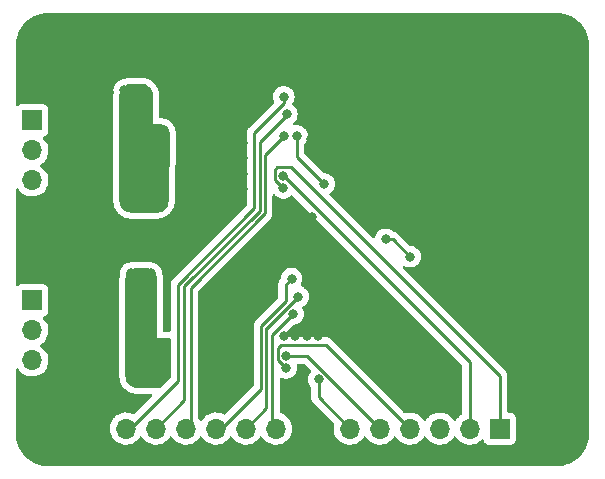
<source format=gbl>
G04 #@! TF.GenerationSoftware,KiCad,Pcbnew,6.0.4-6f826c9f35~116~ubuntu20.04.1*
G04 #@! TF.CreationDate,2022-04-25T13:09:09+02:00*
G04 #@! TF.ProjectId,foc,666f632e-6b69-4636-9164-5f7063625858,rev?*
G04 #@! TF.SameCoordinates,Original*
G04 #@! TF.FileFunction,Copper,L2,Bot*
G04 #@! TF.FilePolarity,Positive*
%FSLAX46Y46*%
G04 Gerber Fmt 4.6, Leading zero omitted, Abs format (unit mm)*
G04 Created by KiCad (PCBNEW 6.0.4-6f826c9f35~116~ubuntu20.04.1) date 2022-04-25 13:09:09*
%MOMM*%
%LPD*%
G01*
G04 APERTURE LIST*
G04 #@! TA.AperFunction,ComponentPad*
%ADD10R,1.700000X1.700000*%
G04 #@! TD*
G04 #@! TA.AperFunction,ComponentPad*
%ADD11O,1.700000X1.700000*%
G04 #@! TD*
G04 #@! TA.AperFunction,ComponentPad*
%ADD12C,0.800000*%
G04 #@! TD*
G04 #@! TA.AperFunction,ComponentPad*
%ADD13C,5.000000*%
G04 #@! TD*
G04 #@! TA.AperFunction,ComponentPad*
%ADD14C,0.500000*%
G04 #@! TD*
G04 #@! TA.AperFunction,ViaPad*
%ADD15C,0.800000*%
G04 #@! TD*
G04 #@! TA.AperFunction,Conductor*
%ADD16C,0.250000*%
G04 #@! TD*
G04 APERTURE END LIST*
D10*
X140970000Y-95315800D03*
D11*
X140970000Y-97855800D03*
X140970000Y-100395800D03*
D10*
X180543200Y-121405800D03*
D11*
X178003200Y-121405800D03*
X175463200Y-121405800D03*
X172923200Y-121405800D03*
X170383200Y-121405800D03*
X167843200Y-121405800D03*
D12*
X140365000Y-121920000D03*
X140914175Y-123245825D03*
X143565825Y-120594175D03*
X142240000Y-120045000D03*
D13*
X142240000Y-121920000D03*
D12*
X142240000Y-123795000D03*
X140914175Y-120594175D03*
X144115000Y-121920000D03*
X143565825Y-123245825D03*
D13*
X142240000Y-88900000D03*
D12*
X140365000Y-88900000D03*
X140914175Y-90225825D03*
X140914175Y-87574175D03*
X142240000Y-90775000D03*
X144115000Y-88900000D03*
X143565825Y-87574175D03*
X142240000Y-87025000D03*
X143565825Y-90225825D03*
D10*
X164139800Y-121405800D03*
D11*
X161599800Y-121405800D03*
X159059800Y-121405800D03*
X156519800Y-121405800D03*
X153979800Y-121405800D03*
X151439800Y-121405800D03*
X148899800Y-121405800D03*
D14*
X157711700Y-95931200D03*
X157711700Y-94631200D03*
X157711700Y-97231200D03*
X157711700Y-101131200D03*
X159011700Y-95931200D03*
X159011700Y-99831200D03*
X159011700Y-101131200D03*
X156411700Y-99831200D03*
X156411700Y-101131200D03*
X157711700Y-93331200D03*
X159011700Y-94631200D03*
X157711700Y-98531200D03*
X156411700Y-93331200D03*
X156411700Y-95931200D03*
X159011700Y-97231200D03*
X156411700Y-97231200D03*
X159011700Y-93331200D03*
X157711700Y-99831200D03*
X159011700Y-98531200D03*
X156411700Y-94631200D03*
X156411700Y-98531200D03*
D10*
X140970000Y-110555800D03*
D11*
X140970000Y-113095800D03*
X140970000Y-115635800D03*
D12*
X185420000Y-123795000D03*
D13*
X185420000Y-121920000D03*
D12*
X186745825Y-123245825D03*
X187295000Y-121920000D03*
X186745825Y-120594175D03*
X184094175Y-123245825D03*
X185420000Y-120045000D03*
X183545000Y-121920000D03*
X184094175Y-120594175D03*
X184094175Y-90225825D03*
D13*
X185420000Y-88900000D03*
D12*
X187295000Y-88900000D03*
X186745825Y-87574175D03*
X183545000Y-88900000D03*
X185420000Y-87025000D03*
X186745825Y-90225825D03*
X184094175Y-87574175D03*
X185420000Y-90775000D03*
D14*
X156716500Y-113872800D03*
X156716500Y-116472800D03*
X156716500Y-112572800D03*
X159316500Y-112572800D03*
X158016500Y-115172800D03*
X158016500Y-111272800D03*
X158016500Y-108672800D03*
X156716500Y-108672800D03*
X156716500Y-109972800D03*
X159316500Y-116472800D03*
X156716500Y-111272800D03*
X159316500Y-108672800D03*
X159316500Y-113872800D03*
X159316500Y-109972800D03*
X158016500Y-113872800D03*
X158016500Y-109972800D03*
X159316500Y-111272800D03*
X159316500Y-115172800D03*
X158016500Y-116472800D03*
X156716500Y-115172800D03*
X158016500Y-112572800D03*
D15*
X151180800Y-101511400D03*
X152044400Y-101511400D03*
X150158300Y-109118400D03*
X152044400Y-102375000D03*
X149294700Y-108254800D03*
X151942800Y-116433600D03*
X150215600Y-116433600D03*
X149606000Y-92760800D03*
X148742400Y-92760800D03*
X150317200Y-101511400D03*
X150158300Y-108254800D03*
X148742400Y-93624400D03*
X151942800Y-117297200D03*
X150317200Y-102375000D03*
X151021900Y-108254800D03*
X149606000Y-93624400D03*
X151079200Y-117297200D03*
X151021900Y-109118400D03*
X150215600Y-117297200D03*
X151180800Y-102375000D03*
X150469600Y-93624400D03*
X151079200Y-116433600D03*
X149294700Y-109118400D03*
X150469600Y-92760800D03*
X183769000Y-113512600D03*
X183769000Y-109855000D03*
X165150800Y-113575500D03*
X166420800Y-97942400D03*
X186512200Y-109855000D03*
X183769000Y-107873800D03*
X184785000Y-107873800D03*
X187426600Y-107873800D03*
X164592000Y-96012000D03*
X185648600Y-111582200D03*
X184785000Y-109855000D03*
X164185600Y-113575500D03*
X186563000Y-114935000D03*
X184785000Y-111582200D03*
X164592000Y-97942400D03*
X165455600Y-96926400D03*
X166420800Y-96012000D03*
X186512200Y-113512600D03*
X187426600Y-109855000D03*
X187477400Y-114935000D03*
X163830000Y-103479600D03*
X183769000Y-111582200D03*
X186512200Y-111582200D03*
X184835800Y-114935000D03*
X165506400Y-97942400D03*
X185648600Y-113512600D03*
X185648600Y-109855000D03*
X187426600Y-111582200D03*
X163982400Y-118770400D03*
X165506400Y-96012000D03*
X185699400Y-114935000D03*
X164592000Y-96926400D03*
X184785000Y-113512600D03*
X183819800Y-114935000D03*
X185648600Y-107873800D03*
X163220400Y-113575500D03*
X187426600Y-113512600D03*
X166420800Y-96926400D03*
X186512200Y-107873800D03*
X164642800Y-103479600D03*
X162306000Y-113575500D03*
X165658800Y-100685600D03*
X163372800Y-96621600D03*
X162255200Y-93319600D03*
X162509200Y-94792800D03*
X162306000Y-96621600D03*
X162915600Y-108712000D03*
X163474400Y-110236000D03*
X163054861Y-111696061D03*
X162223748Y-101024515D03*
X162204400Y-100025200D03*
X170871870Y-105390670D03*
X172943730Y-106852930D03*
X162458400Y-116264703D03*
X162458400Y-115265200D03*
X165200401Y-117247599D03*
D16*
X163372800Y-98399600D02*
X163372800Y-96621600D01*
X165658800Y-100685600D02*
X163372800Y-98399600D01*
X162255200Y-93319600D02*
X162255200Y-93878400D01*
X153314400Y-117348000D02*
X149250400Y-121412000D01*
X149250400Y-121412000D02*
X148889800Y-121412000D01*
X153314400Y-109220001D02*
X153314400Y-117348000D01*
X159766000Y-96367600D02*
X159766000Y-102768400D01*
X159766000Y-102768400D02*
X153314400Y-109220001D01*
X162255200Y-93878400D02*
X159766000Y-96367600D01*
X162509200Y-94792800D02*
X162509200Y-94843600D01*
X160215520Y-102954598D02*
X153822400Y-109347718D01*
X162509200Y-94843600D02*
X160215520Y-97137280D01*
X160215520Y-97137280D02*
X160215520Y-102954598D01*
X153822400Y-109347718D02*
X153822400Y-119019400D01*
X153822400Y-119019400D02*
X151429800Y-121412000D01*
X160665040Y-103190160D02*
X154381200Y-109474000D01*
X154381200Y-121004400D02*
X153979800Y-121405800D01*
X154381200Y-121000600D02*
X153969800Y-121412000D01*
X154381200Y-109474000D02*
X154381200Y-121004400D01*
X162306000Y-96621600D02*
X160665040Y-98262560D01*
X160665040Y-98262560D02*
X160665040Y-103190160D01*
X162433000Y-109194600D02*
X162433000Y-110617000D01*
X156978200Y-121405800D02*
X156519800Y-121405800D01*
X162915600Y-108712000D02*
X162433000Y-109194600D01*
X162433000Y-110617000D02*
X160332480Y-112717520D01*
X160332480Y-118051520D02*
X156978200Y-121405800D01*
X160332480Y-112717520D02*
X160332480Y-118051520D01*
X160797908Y-112928400D02*
X163474400Y-110251908D01*
X163474400Y-110236000D02*
X163474400Y-110251924D01*
X160782000Y-119683600D02*
X159059800Y-121405800D01*
X160782000Y-112928400D02*
X160797908Y-112928400D01*
X163474400Y-110251908D02*
X163474400Y-110236000D01*
X160782000Y-112928400D02*
X160782000Y-119683600D01*
X161284369Y-121106569D02*
X161589800Y-121412000D01*
X163054861Y-111696061D02*
X161284369Y-113466553D01*
X161284369Y-113466553D02*
X161284369Y-121106569D01*
X162179101Y-101024515D02*
X161479889Y-100325303D01*
X180543200Y-116941600D02*
X180543200Y-121405800D01*
X161479889Y-100325303D02*
X161479889Y-99479711D01*
X162223748Y-101024515D02*
X162179101Y-101024515D01*
X161658911Y-99300689D02*
X162902289Y-99300689D01*
X161479889Y-99479711D02*
X161658911Y-99300689D01*
X162902289Y-99300689D02*
X180543200Y-116941600D01*
X178003200Y-115779353D02*
X178003200Y-121405800D01*
X162204400Y-100025200D02*
X162249047Y-100025200D01*
X162249047Y-100025200D02*
X178003200Y-115779353D01*
X170871870Y-105390670D02*
X171481470Y-105390670D01*
X171481470Y-105390670D02*
X172943730Y-106852930D01*
X162001200Y-114300000D02*
X165817400Y-114300000D01*
X162433289Y-116264703D02*
X161733889Y-115565303D01*
X162458400Y-116264703D02*
X162433289Y-116264703D01*
X165817400Y-114300000D02*
X172923200Y-121405800D01*
X161733889Y-114567311D02*
X162001200Y-114300000D01*
X161733889Y-115565303D02*
X161733889Y-114567311D01*
X162458400Y-115265200D02*
X164242600Y-115265200D01*
X164242600Y-115265200D02*
X170383200Y-121405800D01*
X165200401Y-117247599D02*
X165200401Y-118763001D01*
X165200401Y-118763001D02*
X167843200Y-121405800D01*
G04 #@! TA.AperFunction,Conductor*
G36*
X185388799Y-86235125D02*
G01*
X185410477Y-86238641D01*
X185419380Y-86237534D01*
X185419386Y-86237534D01*
X185428569Y-86236392D01*
X185451918Y-86235671D01*
X185568629Y-86242913D01*
X185708088Y-86251566D01*
X185721993Y-86253209D01*
X186002572Y-86302317D01*
X186016209Y-86305493D01*
X186289607Y-86385462D01*
X186302805Y-86390134D01*
X186447678Y-86450680D01*
X186565626Y-86499974D01*
X186578237Y-86506090D01*
X186827210Y-86644426D01*
X186839066Y-86651904D01*
X187071157Y-86817056D01*
X187082085Y-86825786D01*
X187287792Y-87009785D01*
X187294397Y-87015693D01*
X187304307Y-87025603D01*
X187494214Y-87237915D01*
X187502944Y-87248843D01*
X187657742Y-87466384D01*
X187668096Y-87480935D01*
X187675574Y-87492790D01*
X187813910Y-87741763D01*
X187820026Y-87754374D01*
X187869320Y-87872322D01*
X187928018Y-88012772D01*
X187929863Y-88017187D01*
X187934538Y-88030393D01*
X188013354Y-88299849D01*
X188014505Y-88303784D01*
X188017683Y-88317428D01*
X188066173Y-88594471D01*
X188066790Y-88597999D01*
X188068435Y-88611919D01*
X188083877Y-88860794D01*
X188082739Y-88887194D01*
X188081280Y-88896972D01*
X188082500Y-88905864D01*
X188082500Y-88905865D01*
X188085331Y-88926499D01*
X188086500Y-88943625D01*
X188086500Y-121870633D01*
X188085000Y-121890018D01*
X188082690Y-121904851D01*
X188082690Y-121904855D01*
X188081309Y-121913724D01*
X188083136Y-121927692D01*
X188083662Y-121931716D01*
X188084528Y-121955117D01*
X188070165Y-122210888D01*
X188070131Y-122211488D01*
X188068550Y-122225524D01*
X188055808Y-122300517D01*
X188020830Y-122506376D01*
X188017686Y-122520151D01*
X187938823Y-122793891D01*
X187934156Y-122807228D01*
X187825139Y-123070418D01*
X187819008Y-123083148D01*
X187681214Y-123332468D01*
X187673697Y-123344432D01*
X187508851Y-123576762D01*
X187500041Y-123587810D01*
X187310215Y-123800224D01*
X187300224Y-123810215D01*
X187087810Y-124000041D01*
X187076762Y-124008851D01*
X186844432Y-124173697D01*
X186832468Y-124181214D01*
X186583148Y-124319008D01*
X186570418Y-124325139D01*
X186307228Y-124434156D01*
X186293891Y-124438823D01*
X186020151Y-124517686D01*
X186006376Y-124520830D01*
X185865953Y-124544689D01*
X185725524Y-124568550D01*
X185711490Y-124570131D01*
X185642407Y-124574010D01*
X185462407Y-124584118D01*
X185435964Y-124582817D01*
X185435151Y-124582690D01*
X185435145Y-124582690D01*
X185426276Y-124581309D01*
X185417374Y-124582473D01*
X185417372Y-124582473D01*
X185402323Y-124584441D01*
X185394714Y-124585436D01*
X185378379Y-124586500D01*
X142289367Y-124586500D01*
X142269982Y-124585000D01*
X142255149Y-124582690D01*
X142255145Y-124582690D01*
X142246276Y-124581309D01*
X142237374Y-124582473D01*
X142237372Y-124582473D01*
X142233064Y-124583037D01*
X142228280Y-124583662D01*
X142204883Y-124584528D01*
X141948508Y-124570131D01*
X141934476Y-124568550D01*
X141794047Y-124544689D01*
X141653624Y-124520830D01*
X141639849Y-124517686D01*
X141366109Y-124438823D01*
X141352772Y-124434156D01*
X141089582Y-124325139D01*
X141076852Y-124319008D01*
X140827532Y-124181214D01*
X140815568Y-124173697D01*
X140583238Y-124008851D01*
X140572190Y-124000041D01*
X140359776Y-123810215D01*
X140349785Y-123800224D01*
X140159959Y-123587810D01*
X140151149Y-123576762D01*
X139986303Y-123344432D01*
X139978786Y-123332468D01*
X139840992Y-123083148D01*
X139834861Y-123070418D01*
X139725844Y-122807228D01*
X139721177Y-122793891D01*
X139642314Y-122520151D01*
X139639170Y-122506376D01*
X139604192Y-122300517D01*
X139591450Y-122225524D01*
X139589869Y-122211488D01*
X139589836Y-122210888D01*
X139576089Y-121966100D01*
X139577411Y-121942208D01*
X139577334Y-121942201D01*
X139577537Y-121939937D01*
X139577637Y-121938131D01*
X139577770Y-121937342D01*
X139578576Y-121932552D01*
X139578729Y-121920000D01*
X139574773Y-121892376D01*
X139573500Y-121874514D01*
X139573500Y-121372495D01*
X147537051Y-121372495D01*
X147537348Y-121377648D01*
X147537348Y-121377651D01*
X147542811Y-121472390D01*
X147549910Y-121595515D01*
X147551047Y-121600561D01*
X147551048Y-121600567D01*
X147570919Y-121688739D01*
X147599022Y-121813439D01*
X147683066Y-122020416D01*
X147720485Y-122081478D01*
X147797091Y-122206488D01*
X147799787Y-122210888D01*
X147946050Y-122379738D01*
X148117926Y-122522432D01*
X148310800Y-122635138D01*
X148315625Y-122636980D01*
X148315626Y-122636981D01*
X148388412Y-122664775D01*
X148519492Y-122714830D01*
X148524560Y-122715861D01*
X148524563Y-122715862D01*
X148631817Y-122737683D01*
X148738397Y-122759367D01*
X148743572Y-122759557D01*
X148743574Y-122759557D01*
X148956473Y-122767364D01*
X148956477Y-122767364D01*
X148961637Y-122767553D01*
X148966757Y-122766897D01*
X148966759Y-122766897D01*
X149178088Y-122739825D01*
X149178089Y-122739825D01*
X149183216Y-122739168D01*
X149188166Y-122737683D01*
X149392229Y-122676461D01*
X149392234Y-122676459D01*
X149397184Y-122674974D01*
X149597794Y-122576696D01*
X149779660Y-122446973D01*
X149937896Y-122289289D01*
X149997394Y-122206489D01*
X150068253Y-122107877D01*
X150069576Y-122108828D01*
X150116445Y-122065657D01*
X150186380Y-122053425D01*
X150251826Y-122080944D01*
X150279675Y-122112794D01*
X150339787Y-122210888D01*
X150486050Y-122379738D01*
X150657926Y-122522432D01*
X150850800Y-122635138D01*
X150855625Y-122636980D01*
X150855626Y-122636981D01*
X150928412Y-122664775D01*
X151059492Y-122714830D01*
X151064560Y-122715861D01*
X151064563Y-122715862D01*
X151171817Y-122737683D01*
X151278397Y-122759367D01*
X151283572Y-122759557D01*
X151283574Y-122759557D01*
X151496473Y-122767364D01*
X151496477Y-122767364D01*
X151501637Y-122767553D01*
X151506757Y-122766897D01*
X151506759Y-122766897D01*
X151718088Y-122739825D01*
X151718089Y-122739825D01*
X151723216Y-122739168D01*
X151728166Y-122737683D01*
X151932229Y-122676461D01*
X151932234Y-122676459D01*
X151937184Y-122674974D01*
X152137794Y-122576696D01*
X152319660Y-122446973D01*
X152477896Y-122289289D01*
X152537394Y-122206489D01*
X152608253Y-122107877D01*
X152609576Y-122108828D01*
X152656445Y-122065657D01*
X152726380Y-122053425D01*
X152791826Y-122080944D01*
X152819675Y-122112794D01*
X152879787Y-122210888D01*
X153026050Y-122379738D01*
X153197926Y-122522432D01*
X153390800Y-122635138D01*
X153395625Y-122636980D01*
X153395626Y-122636981D01*
X153468412Y-122664775D01*
X153599492Y-122714830D01*
X153604560Y-122715861D01*
X153604563Y-122715862D01*
X153711817Y-122737683D01*
X153818397Y-122759367D01*
X153823572Y-122759557D01*
X153823574Y-122759557D01*
X154036473Y-122767364D01*
X154036477Y-122767364D01*
X154041637Y-122767553D01*
X154046757Y-122766897D01*
X154046759Y-122766897D01*
X154258088Y-122739825D01*
X154258089Y-122739825D01*
X154263216Y-122739168D01*
X154268166Y-122737683D01*
X154472229Y-122676461D01*
X154472234Y-122676459D01*
X154477184Y-122674974D01*
X154677794Y-122576696D01*
X154859660Y-122446973D01*
X155017896Y-122289289D01*
X155077394Y-122206489D01*
X155148253Y-122107877D01*
X155149576Y-122108828D01*
X155196445Y-122065657D01*
X155266380Y-122053425D01*
X155331826Y-122080944D01*
X155359675Y-122112794D01*
X155419787Y-122210888D01*
X155566050Y-122379738D01*
X155737926Y-122522432D01*
X155930800Y-122635138D01*
X155935625Y-122636980D01*
X155935626Y-122636981D01*
X156008412Y-122664775D01*
X156139492Y-122714830D01*
X156144560Y-122715861D01*
X156144563Y-122715862D01*
X156251817Y-122737683D01*
X156358397Y-122759367D01*
X156363572Y-122759557D01*
X156363574Y-122759557D01*
X156576473Y-122767364D01*
X156576477Y-122767364D01*
X156581637Y-122767553D01*
X156586757Y-122766897D01*
X156586759Y-122766897D01*
X156798088Y-122739825D01*
X156798089Y-122739825D01*
X156803216Y-122739168D01*
X156808166Y-122737683D01*
X157012229Y-122676461D01*
X157012234Y-122676459D01*
X157017184Y-122674974D01*
X157217794Y-122576696D01*
X157399660Y-122446973D01*
X157557896Y-122289289D01*
X157617394Y-122206489D01*
X157688253Y-122107877D01*
X157689576Y-122108828D01*
X157736445Y-122065657D01*
X157806380Y-122053425D01*
X157871826Y-122080944D01*
X157899675Y-122112794D01*
X157959787Y-122210888D01*
X158106050Y-122379738D01*
X158277926Y-122522432D01*
X158470800Y-122635138D01*
X158475625Y-122636980D01*
X158475626Y-122636981D01*
X158548412Y-122664775D01*
X158679492Y-122714830D01*
X158684560Y-122715861D01*
X158684563Y-122715862D01*
X158791817Y-122737683D01*
X158898397Y-122759367D01*
X158903572Y-122759557D01*
X158903574Y-122759557D01*
X159116473Y-122767364D01*
X159116477Y-122767364D01*
X159121637Y-122767553D01*
X159126757Y-122766897D01*
X159126759Y-122766897D01*
X159338088Y-122739825D01*
X159338089Y-122739825D01*
X159343216Y-122739168D01*
X159348166Y-122737683D01*
X159552229Y-122676461D01*
X159552234Y-122676459D01*
X159557184Y-122674974D01*
X159757794Y-122576696D01*
X159939660Y-122446973D01*
X160097896Y-122289289D01*
X160157394Y-122206489D01*
X160228253Y-122107877D01*
X160229576Y-122108828D01*
X160276445Y-122065657D01*
X160346380Y-122053425D01*
X160411826Y-122080944D01*
X160439675Y-122112794D01*
X160499787Y-122210888D01*
X160646050Y-122379738D01*
X160817926Y-122522432D01*
X161010800Y-122635138D01*
X161015625Y-122636980D01*
X161015626Y-122636981D01*
X161088412Y-122664775D01*
X161219492Y-122714830D01*
X161224560Y-122715861D01*
X161224563Y-122715862D01*
X161331817Y-122737683D01*
X161438397Y-122759367D01*
X161443572Y-122759557D01*
X161443574Y-122759557D01*
X161656473Y-122767364D01*
X161656477Y-122767364D01*
X161661637Y-122767553D01*
X161666757Y-122766897D01*
X161666759Y-122766897D01*
X161878088Y-122739825D01*
X161878089Y-122739825D01*
X161883216Y-122739168D01*
X161888166Y-122737683D01*
X162092229Y-122676461D01*
X162092234Y-122676459D01*
X162097184Y-122674974D01*
X162297794Y-122576696D01*
X162479660Y-122446973D01*
X162637896Y-122289289D01*
X162697394Y-122206489D01*
X162765235Y-122112077D01*
X162768253Y-122107877D01*
X162789120Y-122065657D01*
X162864936Y-121912253D01*
X162864937Y-121912251D01*
X162867230Y-121907611D01*
X162932170Y-121693869D01*
X162961329Y-121472390D01*
X162962956Y-121405800D01*
X162944652Y-121183161D01*
X162890231Y-120966502D01*
X162801154Y-120761640D01*
X162761706Y-120700662D01*
X162682622Y-120578417D01*
X162682620Y-120578414D01*
X162679814Y-120574077D01*
X162529470Y-120408851D01*
X162525419Y-120405652D01*
X162525415Y-120405648D01*
X162358214Y-120273600D01*
X162358210Y-120273598D01*
X162354159Y-120270398D01*
X162349631Y-120267898D01*
X162252316Y-120214178D01*
X162158589Y-120162438D01*
X162153720Y-120160714D01*
X162153716Y-120160712D01*
X162001809Y-120106919D01*
X161944273Y-120065325D01*
X161918357Y-119999227D01*
X161917869Y-119988146D01*
X161917869Y-117212543D01*
X161937871Y-117144422D01*
X161991527Y-117097929D01*
X162061801Y-117087825D01*
X162095116Y-117097435D01*
X162176112Y-117133497D01*
X162269512Y-117153350D01*
X162356456Y-117171831D01*
X162356461Y-117171831D01*
X162362913Y-117173203D01*
X162553887Y-117173203D01*
X162560339Y-117171831D01*
X162560344Y-117171831D01*
X162647288Y-117153350D01*
X162740688Y-117133497D01*
X162746719Y-117130812D01*
X162909122Y-117058506D01*
X162909124Y-117058505D01*
X162915152Y-117055821D01*
X163069653Y-116943569D01*
X163116224Y-116891847D01*
X163193021Y-116806555D01*
X163193022Y-116806554D01*
X163197440Y-116801647D01*
X163263050Y-116688007D01*
X163289623Y-116641982D01*
X163289624Y-116641981D01*
X163292927Y-116636259D01*
X163351942Y-116454631D01*
X163352977Y-116444790D01*
X163371214Y-116271268D01*
X163371904Y-116264703D01*
X163361643Y-116167073D01*
X163352633Y-116081345D01*
X163352632Y-116081341D01*
X163351942Y-116074775D01*
X163348323Y-116063637D01*
X163346295Y-115992669D01*
X163382958Y-115931871D01*
X163446670Y-115900545D01*
X163468156Y-115898700D01*
X163928005Y-115898700D01*
X163996126Y-115918702D01*
X164017101Y-115935605D01*
X164533540Y-116452045D01*
X164567565Y-116514357D01*
X164562500Y-116585173D01*
X164538082Y-116625447D01*
X164461361Y-116710655D01*
X164365874Y-116876043D01*
X164306859Y-117057671D01*
X164306169Y-117064232D01*
X164306169Y-117064234D01*
X164302628Y-117097929D01*
X164286897Y-117247599D01*
X164306859Y-117437527D01*
X164365874Y-117619155D01*
X164461361Y-117784543D01*
X164534538Y-117865814D01*
X164565254Y-117929820D01*
X164566901Y-117950123D01*
X164566901Y-118684234D01*
X164566374Y-118695417D01*
X164564699Y-118702910D01*
X164564948Y-118710836D01*
X164564948Y-118710837D01*
X164566839Y-118770987D01*
X164566901Y-118774946D01*
X164566901Y-118802857D01*
X164567398Y-118806791D01*
X164567398Y-118806792D01*
X164567406Y-118806857D01*
X164568339Y-118818694D01*
X164569728Y-118862890D01*
X164575379Y-118882340D01*
X164579388Y-118901701D01*
X164581927Y-118921798D01*
X164584846Y-118929169D01*
X164584846Y-118929171D01*
X164598205Y-118962913D01*
X164602050Y-118974143D01*
X164614383Y-119016594D01*
X164618416Y-119023413D01*
X164618418Y-119023418D01*
X164624694Y-119034029D01*
X164633389Y-119051777D01*
X164640849Y-119070618D01*
X164645511Y-119077034D01*
X164645511Y-119077035D01*
X164666837Y-119106388D01*
X164673353Y-119116308D01*
X164695859Y-119154363D01*
X164710180Y-119168684D01*
X164723020Y-119183717D01*
X164734929Y-119200108D01*
X164741035Y-119205159D01*
X164769006Y-119228299D01*
X164777785Y-119236289D01*
X166492978Y-120951482D01*
X166527004Y-121013794D01*
X166525300Y-121074248D01*
X166504189Y-121150370D01*
X166503641Y-121155500D01*
X166503640Y-121155504D01*
X166500133Y-121188322D01*
X166480451Y-121372495D01*
X166480748Y-121377648D01*
X166480748Y-121377651D01*
X166486211Y-121472390D01*
X166493310Y-121595515D01*
X166494447Y-121600561D01*
X166494448Y-121600567D01*
X166514319Y-121688739D01*
X166542422Y-121813439D01*
X166626466Y-122020416D01*
X166663885Y-122081478D01*
X166740491Y-122206488D01*
X166743187Y-122210888D01*
X166889450Y-122379738D01*
X167061326Y-122522432D01*
X167254200Y-122635138D01*
X167259025Y-122636980D01*
X167259026Y-122636981D01*
X167331812Y-122664775D01*
X167462892Y-122714830D01*
X167467960Y-122715861D01*
X167467963Y-122715862D01*
X167575217Y-122737683D01*
X167681797Y-122759367D01*
X167686972Y-122759557D01*
X167686974Y-122759557D01*
X167899873Y-122767364D01*
X167899877Y-122767364D01*
X167905037Y-122767553D01*
X167910157Y-122766897D01*
X167910159Y-122766897D01*
X168121488Y-122739825D01*
X168121489Y-122739825D01*
X168126616Y-122739168D01*
X168131566Y-122737683D01*
X168335629Y-122676461D01*
X168335634Y-122676459D01*
X168340584Y-122674974D01*
X168541194Y-122576696D01*
X168723060Y-122446973D01*
X168881296Y-122289289D01*
X168940794Y-122206489D01*
X169011653Y-122107877D01*
X169012976Y-122108828D01*
X169059845Y-122065657D01*
X169129780Y-122053425D01*
X169195226Y-122080944D01*
X169223075Y-122112794D01*
X169283187Y-122210888D01*
X169429450Y-122379738D01*
X169601326Y-122522432D01*
X169794200Y-122635138D01*
X169799025Y-122636980D01*
X169799026Y-122636981D01*
X169871812Y-122664775D01*
X170002892Y-122714830D01*
X170007960Y-122715861D01*
X170007963Y-122715862D01*
X170115217Y-122737683D01*
X170221797Y-122759367D01*
X170226972Y-122759557D01*
X170226974Y-122759557D01*
X170439873Y-122767364D01*
X170439877Y-122767364D01*
X170445037Y-122767553D01*
X170450157Y-122766897D01*
X170450159Y-122766897D01*
X170661488Y-122739825D01*
X170661489Y-122739825D01*
X170666616Y-122739168D01*
X170671566Y-122737683D01*
X170875629Y-122676461D01*
X170875634Y-122676459D01*
X170880584Y-122674974D01*
X171081194Y-122576696D01*
X171263060Y-122446973D01*
X171421296Y-122289289D01*
X171480794Y-122206489D01*
X171551653Y-122107877D01*
X171552976Y-122108828D01*
X171599845Y-122065657D01*
X171669780Y-122053425D01*
X171735226Y-122080944D01*
X171763075Y-122112794D01*
X171823187Y-122210888D01*
X171969450Y-122379738D01*
X172141326Y-122522432D01*
X172334200Y-122635138D01*
X172339025Y-122636980D01*
X172339026Y-122636981D01*
X172411812Y-122664775D01*
X172542892Y-122714830D01*
X172547960Y-122715861D01*
X172547963Y-122715862D01*
X172655217Y-122737683D01*
X172761797Y-122759367D01*
X172766972Y-122759557D01*
X172766974Y-122759557D01*
X172979873Y-122767364D01*
X172979877Y-122767364D01*
X172985037Y-122767553D01*
X172990157Y-122766897D01*
X172990159Y-122766897D01*
X173201488Y-122739825D01*
X173201489Y-122739825D01*
X173206616Y-122739168D01*
X173211566Y-122737683D01*
X173415629Y-122676461D01*
X173415634Y-122676459D01*
X173420584Y-122674974D01*
X173621194Y-122576696D01*
X173803060Y-122446973D01*
X173961296Y-122289289D01*
X174020794Y-122206489D01*
X174091653Y-122107877D01*
X174092976Y-122108828D01*
X174139845Y-122065657D01*
X174209780Y-122053425D01*
X174275226Y-122080944D01*
X174303075Y-122112794D01*
X174363187Y-122210888D01*
X174509450Y-122379738D01*
X174681326Y-122522432D01*
X174874200Y-122635138D01*
X174879025Y-122636980D01*
X174879026Y-122636981D01*
X174951812Y-122664775D01*
X175082892Y-122714830D01*
X175087960Y-122715861D01*
X175087963Y-122715862D01*
X175195217Y-122737683D01*
X175301797Y-122759367D01*
X175306972Y-122759557D01*
X175306974Y-122759557D01*
X175519873Y-122767364D01*
X175519877Y-122767364D01*
X175525037Y-122767553D01*
X175530157Y-122766897D01*
X175530159Y-122766897D01*
X175741488Y-122739825D01*
X175741489Y-122739825D01*
X175746616Y-122739168D01*
X175751566Y-122737683D01*
X175955629Y-122676461D01*
X175955634Y-122676459D01*
X175960584Y-122674974D01*
X176161194Y-122576696D01*
X176343060Y-122446973D01*
X176501296Y-122289289D01*
X176560794Y-122206489D01*
X176631653Y-122107877D01*
X176632976Y-122108828D01*
X176679845Y-122065657D01*
X176749780Y-122053425D01*
X176815226Y-122080944D01*
X176843075Y-122112794D01*
X176903187Y-122210888D01*
X177049450Y-122379738D01*
X177221326Y-122522432D01*
X177414200Y-122635138D01*
X177419025Y-122636980D01*
X177419026Y-122636981D01*
X177491812Y-122664775D01*
X177622892Y-122714830D01*
X177627960Y-122715861D01*
X177627963Y-122715862D01*
X177735217Y-122737683D01*
X177841797Y-122759367D01*
X177846972Y-122759557D01*
X177846974Y-122759557D01*
X178059873Y-122767364D01*
X178059877Y-122767364D01*
X178065037Y-122767553D01*
X178070157Y-122766897D01*
X178070159Y-122766897D01*
X178281488Y-122739825D01*
X178281489Y-122739825D01*
X178286616Y-122739168D01*
X178291566Y-122737683D01*
X178495629Y-122676461D01*
X178495634Y-122676459D01*
X178500584Y-122674974D01*
X178701194Y-122576696D01*
X178883060Y-122446973D01*
X178991291Y-122339119D01*
X179053662Y-122305204D01*
X179124468Y-122310392D01*
X179181230Y-122353038D01*
X179198212Y-122384141D01*
X179242585Y-122502505D01*
X179329939Y-122619061D01*
X179446495Y-122706415D01*
X179582884Y-122757545D01*
X179645066Y-122764300D01*
X181441334Y-122764300D01*
X181503516Y-122757545D01*
X181639905Y-122706415D01*
X181756461Y-122619061D01*
X181843815Y-122502505D01*
X181894945Y-122366116D01*
X181901700Y-122303934D01*
X181901700Y-120507666D01*
X181894945Y-120445484D01*
X181843815Y-120309095D01*
X181756461Y-120192539D01*
X181639905Y-120105185D01*
X181503516Y-120054055D01*
X181441334Y-120047300D01*
X181302700Y-120047300D01*
X181234579Y-120027298D01*
X181188086Y-119973642D01*
X181176700Y-119921300D01*
X181176700Y-117020368D01*
X181177227Y-117009185D01*
X181178902Y-117001692D01*
X181177901Y-116969825D01*
X181176762Y-116933602D01*
X181176700Y-116929644D01*
X181176700Y-116901744D01*
X181176196Y-116897753D01*
X181175263Y-116885911D01*
X181175151Y-116882328D01*
X181173874Y-116841711D01*
X181168221Y-116822252D01*
X181164212Y-116802893D01*
X181163332Y-116795929D01*
X181161674Y-116782803D01*
X181158758Y-116775437D01*
X181158756Y-116775431D01*
X181145400Y-116741698D01*
X181141555Y-116730468D01*
X181131430Y-116695617D01*
X181131430Y-116695616D01*
X181129219Y-116688007D01*
X181118905Y-116670566D01*
X181110208Y-116652813D01*
X181105672Y-116641358D01*
X181102752Y-116633983D01*
X181076763Y-116598212D01*
X181070247Y-116588292D01*
X181047742Y-116550238D01*
X181033421Y-116535917D01*
X181020580Y-116520883D01*
X181019422Y-116519289D01*
X181008672Y-116504493D01*
X180974595Y-116476302D01*
X180965816Y-116468312D01*
X172344554Y-107847049D01*
X172310528Y-107784737D01*
X172315593Y-107713922D01*
X172358140Y-107657086D01*
X172424660Y-107632275D01*
X172485943Y-107646373D01*
X172486978Y-107644048D01*
X172641731Y-107712948D01*
X172661442Y-107721724D01*
X172754843Y-107741577D01*
X172841786Y-107760058D01*
X172841791Y-107760058D01*
X172848243Y-107761430D01*
X173039217Y-107761430D01*
X173045669Y-107760058D01*
X173045674Y-107760058D01*
X173132618Y-107741577D01*
X173226018Y-107721724D01*
X173243542Y-107713922D01*
X173394452Y-107646733D01*
X173394454Y-107646732D01*
X173400482Y-107644048D01*
X173554983Y-107531796D01*
X173682770Y-107389874D01*
X173741044Y-107288940D01*
X173774953Y-107230209D01*
X173774954Y-107230208D01*
X173778257Y-107224486D01*
X173837272Y-107042858D01*
X173857234Y-106852930D01*
X173837272Y-106663002D01*
X173778257Y-106481374D01*
X173682770Y-106315986D01*
X173671276Y-106303220D01*
X173559405Y-106178975D01*
X173559404Y-106178974D01*
X173554983Y-106174064D01*
X173400482Y-106061812D01*
X173394454Y-106059128D01*
X173394452Y-106059127D01*
X173232049Y-105986821D01*
X173232048Y-105986821D01*
X173226018Y-105984136D01*
X173132617Y-105964283D01*
X173045674Y-105945802D01*
X173045669Y-105945802D01*
X173039217Y-105944430D01*
X172983325Y-105944430D01*
X172915204Y-105924428D01*
X172894229Y-105907525D01*
X171985117Y-104998412D01*
X171977583Y-104990133D01*
X171973470Y-104983652D01*
X171923818Y-104937026D01*
X171920977Y-104934272D01*
X171901240Y-104914535D01*
X171898043Y-104912055D01*
X171889021Y-104904350D01*
X171862570Y-104879511D01*
X171856791Y-104874084D01*
X171849845Y-104870265D01*
X171849842Y-104870263D01*
X171839036Y-104864322D01*
X171822517Y-104853471D01*
X171816518Y-104848818D01*
X171806511Y-104841056D01*
X171799242Y-104837911D01*
X171799238Y-104837908D01*
X171765933Y-104823496D01*
X171755283Y-104818279D01*
X171716530Y-104796975D01*
X171696907Y-104791937D01*
X171678204Y-104785533D01*
X171666890Y-104780637D01*
X171666889Y-104780637D01*
X171659615Y-104777489D01*
X171651792Y-104776250D01*
X171651782Y-104776247D01*
X171615946Y-104770571D01*
X171604326Y-104768165D01*
X171569179Y-104759141D01*
X171569175Y-104759140D01*
X171564843Y-104758028D01*
X171564840Y-104758027D01*
X171561501Y-104757170D01*
X171561639Y-104756632D01*
X171501588Y-104730446D01*
X171488814Y-104718125D01*
X171487543Y-104716713D01*
X171483123Y-104711804D01*
X171328622Y-104599552D01*
X171322594Y-104596868D01*
X171322592Y-104596867D01*
X171160189Y-104524561D01*
X171160188Y-104524561D01*
X171154158Y-104521876D01*
X171060757Y-104502023D01*
X170973814Y-104483542D01*
X170973809Y-104483542D01*
X170967357Y-104482170D01*
X170776383Y-104482170D01*
X170769931Y-104483542D01*
X170769926Y-104483542D01*
X170682982Y-104502023D01*
X170589582Y-104521876D01*
X170583552Y-104524561D01*
X170583551Y-104524561D01*
X170421148Y-104596867D01*
X170421146Y-104596868D01*
X170415118Y-104599552D01*
X170260617Y-104711804D01*
X170256197Y-104716713D01*
X170256195Y-104716715D01*
X170147073Y-104837908D01*
X170132830Y-104853726D01*
X170037343Y-105019114D01*
X169978328Y-105200742D01*
X169977795Y-105205809D01*
X169944335Y-105267789D01*
X169882185Y-105302111D01*
X169811346Y-105297384D01*
X169765720Y-105268215D01*
X166138013Y-101640508D01*
X166103987Y-101578196D01*
X166109052Y-101507381D01*
X166153046Y-101449477D01*
X166170256Y-101436973D01*
X166270053Y-101364466D01*
X166397840Y-101222544D01*
X166472495Y-101093238D01*
X166490023Y-101062879D01*
X166490024Y-101062878D01*
X166493327Y-101057156D01*
X166552342Y-100875528D01*
X166572304Y-100685600D01*
X166552342Y-100495672D01*
X166493327Y-100314044D01*
X166397840Y-100148656D01*
X166270053Y-100006734D01*
X166115552Y-99894482D01*
X166109524Y-99891798D01*
X166109522Y-99891797D01*
X165947119Y-99819491D01*
X165947118Y-99819491D01*
X165941088Y-99816806D01*
X165847687Y-99796953D01*
X165760744Y-99778472D01*
X165760739Y-99778472D01*
X165754287Y-99777100D01*
X165698395Y-99777100D01*
X165630274Y-99757098D01*
X165609300Y-99740195D01*
X164043205Y-98174100D01*
X164009179Y-98111788D01*
X164006300Y-98085005D01*
X164006300Y-97324124D01*
X164026302Y-97256003D01*
X164038658Y-97239821D01*
X164111840Y-97158544D01*
X164207327Y-96993156D01*
X164266342Y-96811528D01*
X164267718Y-96798442D01*
X164285614Y-96628165D01*
X164286304Y-96621600D01*
X164281459Y-96575501D01*
X164267032Y-96438235D01*
X164267032Y-96438233D01*
X164266342Y-96431672D01*
X164207327Y-96250044D01*
X164200945Y-96238989D01*
X164161613Y-96170866D01*
X164111840Y-96084656D01*
X164080485Y-96049832D01*
X163988475Y-95947645D01*
X163988474Y-95947644D01*
X163984053Y-95942734D01*
X163863309Y-95855008D01*
X163834894Y-95834363D01*
X163834893Y-95834362D01*
X163829552Y-95830482D01*
X163823524Y-95827798D01*
X163823522Y-95827797D01*
X163661119Y-95755491D01*
X163661118Y-95755491D01*
X163655088Y-95752806D01*
X163554499Y-95731425D01*
X163474744Y-95714472D01*
X163474739Y-95714472D01*
X163468287Y-95713100D01*
X163277313Y-95713100D01*
X163270861Y-95714472D01*
X163270856Y-95714472D01*
X163165686Y-95736827D01*
X163094895Y-95731425D01*
X163038262Y-95688608D01*
X163013769Y-95621970D01*
X163029190Y-95552669D01*
X163065428Y-95511644D01*
X163115109Y-95475549D01*
X163115111Y-95475547D01*
X163120453Y-95471666D01*
X163130604Y-95460392D01*
X163243821Y-95334652D01*
X163243822Y-95334651D01*
X163248240Y-95329744D01*
X163343727Y-95164356D01*
X163402742Y-94982728D01*
X163422704Y-94792800D01*
X163402742Y-94602872D01*
X163343727Y-94421244D01*
X163248240Y-94255856D01*
X163120453Y-94113934D01*
X163016827Y-94038645D01*
X162973473Y-93982423D01*
X162967398Y-93911686D01*
X162988952Y-93862648D01*
X162989822Y-93861451D01*
X162994240Y-93856544D01*
X163044793Y-93768984D01*
X163086423Y-93696879D01*
X163086424Y-93696878D01*
X163089727Y-93691156D01*
X163148742Y-93509528D01*
X163168704Y-93319600D01*
X163148742Y-93129672D01*
X163089727Y-92948044D01*
X163073015Y-92919097D01*
X162997541Y-92788374D01*
X162994240Y-92782656D01*
X162866453Y-92640734D01*
X162711952Y-92528482D01*
X162705924Y-92525798D01*
X162705922Y-92525797D01*
X162543519Y-92453491D01*
X162543518Y-92453491D01*
X162537488Y-92450806D01*
X162444088Y-92430953D01*
X162357144Y-92412472D01*
X162357139Y-92412472D01*
X162350687Y-92411100D01*
X162159713Y-92411100D01*
X162153261Y-92412472D01*
X162153256Y-92412472D01*
X162066313Y-92430953D01*
X161972912Y-92450806D01*
X161966882Y-92453491D01*
X161966881Y-92453491D01*
X161804478Y-92525797D01*
X161804476Y-92525798D01*
X161798448Y-92528482D01*
X161643947Y-92640734D01*
X161516160Y-92782656D01*
X161512859Y-92788374D01*
X161437386Y-92919097D01*
X161420673Y-92948044D01*
X161361658Y-93129672D01*
X161341696Y-93319600D01*
X161361658Y-93509528D01*
X161363698Y-93515806D01*
X161418631Y-93684871D01*
X161420673Y-93691156D01*
X161423973Y-93696872D01*
X161424750Y-93698617D01*
X161434183Y-93768984D01*
X161404074Y-93833281D01*
X161398737Y-93838958D01*
X159373747Y-95863948D01*
X159365461Y-95871488D01*
X159358982Y-95875600D01*
X159353557Y-95881377D01*
X159312357Y-95925251D01*
X159309602Y-95928093D01*
X159289865Y-95947830D01*
X159287385Y-95951027D01*
X159279682Y-95960047D01*
X159249414Y-95992279D01*
X159245595Y-95999225D01*
X159245593Y-95999228D01*
X159239652Y-96010034D01*
X159228801Y-96026553D01*
X159216386Y-96042559D01*
X159213241Y-96049828D01*
X159213238Y-96049832D01*
X159198826Y-96083137D01*
X159193609Y-96093787D01*
X159172305Y-96132540D01*
X159170334Y-96140215D01*
X159170334Y-96140216D01*
X159167267Y-96152162D01*
X159160863Y-96170866D01*
X159152819Y-96189455D01*
X159151580Y-96197278D01*
X159151577Y-96197288D01*
X159145901Y-96233124D01*
X159143495Y-96244744D01*
X159140521Y-96256329D01*
X159132500Y-96287570D01*
X159132500Y-96307824D01*
X159130949Y-96327534D01*
X159127780Y-96347543D01*
X159128526Y-96355435D01*
X159131941Y-96391561D01*
X159132500Y-96403419D01*
X159132500Y-102453806D01*
X159112498Y-102521927D01*
X159095595Y-102542901D01*
X152922147Y-108716349D01*
X152913861Y-108723889D01*
X152907382Y-108728001D01*
X152901957Y-108733778D01*
X152860757Y-108777652D01*
X152858002Y-108780494D01*
X152838265Y-108800231D01*
X152835785Y-108803428D01*
X152828082Y-108812448D01*
X152797814Y-108844680D01*
X152793995Y-108851626D01*
X152793993Y-108851629D01*
X152788052Y-108862435D01*
X152777201Y-108878954D01*
X152764786Y-108894960D01*
X152761641Y-108902229D01*
X152761638Y-108902233D01*
X152747226Y-108935538D01*
X152742009Y-108946188D01*
X152720705Y-108984941D01*
X152718734Y-108992616D01*
X152718734Y-108992617D01*
X152715667Y-109004563D01*
X152709263Y-109023267D01*
X152701219Y-109041856D01*
X152699980Y-109049679D01*
X152699977Y-109049689D01*
X152694301Y-109085525D01*
X152691895Y-109097145D01*
X152685386Y-109122499D01*
X152680900Y-109139971D01*
X152680900Y-109160225D01*
X152679349Y-109179935D01*
X152676180Y-109199944D01*
X152676926Y-109207836D01*
X152680341Y-109243962D01*
X152680900Y-109255820D01*
X152680900Y-113106358D01*
X152660898Y-113174479D01*
X152607242Y-113220972D01*
X152542550Y-113231751D01*
X152526531Y-113230173D01*
X152497591Y-113228751D01*
X152477751Y-113227776D01*
X152477739Y-113227776D01*
X152476198Y-113227700D01*
X152175900Y-113227700D01*
X152107779Y-113207698D01*
X152061286Y-113154042D01*
X152049900Y-113101700D01*
X152049900Y-108803787D01*
X152049281Y-108778579D01*
X152049236Y-108777652D01*
X152048712Y-108767001D01*
X152048712Y-108766996D01*
X152048674Y-108766229D01*
X152046820Y-108741105D01*
X152046745Y-108740340D01*
X152029581Y-108566070D01*
X152029579Y-108566053D01*
X152029429Y-108564531D01*
X152022038Y-108514697D01*
X152017221Y-108490477D01*
X152004975Y-108441585D01*
X151993509Y-108403784D01*
X151955723Y-108279219D01*
X151955272Y-108277732D01*
X151938286Y-108230263D01*
X151937689Y-108228823D01*
X151937141Y-108227401D01*
X151937412Y-108227297D01*
X151929059Y-108194429D01*
X151916132Y-108071437D01*
X151916132Y-108071435D01*
X151915442Y-108064872D01*
X151856427Y-107883244D01*
X151760940Y-107717856D01*
X151696577Y-107646373D01*
X151637575Y-107580845D01*
X151637574Y-107580844D01*
X151633153Y-107575934D01*
X151478652Y-107463682D01*
X151472624Y-107460998D01*
X151472622Y-107460997D01*
X151310219Y-107388691D01*
X151310218Y-107388691D01*
X151304188Y-107386006D01*
X151210787Y-107366153D01*
X151123844Y-107347672D01*
X151123839Y-107347672D01*
X151117387Y-107346300D01*
X150968056Y-107346300D01*
X150931481Y-107340875D01*
X150927164Y-107339566D01*
X150892416Y-107329025D01*
X150890937Y-107328655D01*
X150890924Y-107328651D01*
X150845005Y-107317151D01*
X150844999Y-107317150D01*
X150843515Y-107316778D01*
X150819298Y-107311962D01*
X150817784Y-107311738D01*
X150817770Y-107311735D01*
X150797358Y-107308708D01*
X150769474Y-107304572D01*
X150767913Y-107304418D01*
X150767911Y-107304418D01*
X150593690Y-107287258D01*
X150593682Y-107287257D01*
X150592897Y-107287180D01*
X150567771Y-107285326D01*
X150561490Y-107285017D01*
X150556163Y-107284755D01*
X150556126Y-107284754D01*
X150555421Y-107284719D01*
X150536182Y-107284247D01*
X150530948Y-107284118D01*
X150530944Y-107284118D01*
X150530213Y-107284100D01*
X149850187Y-107284100D01*
X149849456Y-107284118D01*
X149849452Y-107284118D01*
X149844218Y-107284247D01*
X149824979Y-107284719D01*
X149824274Y-107284754D01*
X149824237Y-107284755D01*
X149818910Y-107285017D01*
X149812629Y-107285326D01*
X149787503Y-107287180D01*
X149786718Y-107287257D01*
X149786710Y-107287258D01*
X149612489Y-107304418D01*
X149612487Y-107304418D01*
X149610926Y-107304572D01*
X149583042Y-107308708D01*
X149562630Y-107311735D01*
X149562616Y-107311738D01*
X149561102Y-107311962D01*
X149536885Y-107316778D01*
X149535401Y-107317150D01*
X149535395Y-107317151D01*
X149489476Y-107328651D01*
X149489463Y-107328655D01*
X149487984Y-107329025D01*
X149486519Y-107329470D01*
X149486506Y-107329473D01*
X149443217Y-107342604D01*
X149394581Y-107347234D01*
X149390187Y-107346300D01*
X149199213Y-107346300D01*
X149192761Y-107347672D01*
X149192756Y-107347672D01*
X149105813Y-107366153D01*
X149012412Y-107386006D01*
X149006382Y-107388691D01*
X149006381Y-107388691D01*
X148843978Y-107460997D01*
X148843976Y-107460998D01*
X148837948Y-107463682D01*
X148683447Y-107575934D01*
X148679026Y-107580844D01*
X148679025Y-107580845D01*
X148620024Y-107646373D01*
X148555660Y-107717856D01*
X148460173Y-107883244D01*
X148401158Y-108064872D01*
X148381196Y-108254800D01*
X148381886Y-108261365D01*
X148381886Y-108261366D01*
X148391626Y-108354040D01*
X148386891Y-108403784D01*
X148375875Y-108440100D01*
X148375425Y-108441585D01*
X148363179Y-108490477D01*
X148358362Y-108514697D01*
X148350971Y-108564531D01*
X148350821Y-108566053D01*
X148350819Y-108566070D01*
X148333655Y-108740340D01*
X148333580Y-108741105D01*
X148331726Y-108766229D01*
X148331688Y-108766996D01*
X148331688Y-108767001D01*
X148331165Y-108777652D01*
X148331119Y-108778579D01*
X148330500Y-108803787D01*
X148330500Y-116951413D01*
X148331119Y-116976621D01*
X148331726Y-116988971D01*
X148333580Y-117014097D01*
X148333659Y-117014898D01*
X148349212Y-117172808D01*
X148349213Y-117172813D01*
X148350969Y-117190649D01*
X148351196Y-117192180D01*
X148351198Y-117192196D01*
X148356717Y-117229411D01*
X148358362Y-117240503D01*
X148363179Y-117264723D01*
X148375425Y-117313616D01*
X148402898Y-117404186D01*
X148414917Y-117443805D01*
X148425128Y-117477468D01*
X148442111Y-117524928D01*
X148451564Y-117547748D01*
X148473104Y-117593290D01*
X148473840Y-117594666D01*
X148473840Y-117594667D01*
X148553079Y-117742915D01*
X148553089Y-117742933D01*
X148553814Y-117744289D01*
X148579724Y-117787518D01*
X148593442Y-117808048D01*
X148623457Y-117848518D01*
X148624428Y-117849701D01*
X148624438Y-117849714D01*
X148691868Y-117931878D01*
X148732084Y-117980881D01*
X148765927Y-118018220D01*
X148783380Y-118035673D01*
X148820719Y-118069516D01*
X148821894Y-118070480D01*
X148951886Y-118177162D01*
X148951899Y-118177172D01*
X148953082Y-118178143D01*
X148993552Y-118208158D01*
X149014079Y-118221874D01*
X149057305Y-118247782D01*
X149149519Y-118297072D01*
X149149526Y-118297076D01*
X149208314Y-118328498D01*
X149253844Y-118350033D01*
X149276663Y-118359486D01*
X149324132Y-118376472D01*
X149487985Y-118426175D01*
X149489465Y-118426546D01*
X149489477Y-118426549D01*
X149535395Y-118438049D01*
X149535402Y-118438050D01*
X149536885Y-118438422D01*
X149561102Y-118443238D01*
X149562616Y-118443462D01*
X149562630Y-118443465D01*
X149583042Y-118446492D01*
X149610926Y-118450628D01*
X149612487Y-118450782D01*
X149612489Y-118450782D01*
X149786710Y-118467942D01*
X149786718Y-118467943D01*
X149787503Y-118468020D01*
X149812629Y-118469874D01*
X149818910Y-118470183D01*
X149824237Y-118470445D01*
X149824274Y-118470446D01*
X149824979Y-118470481D01*
X149844218Y-118470953D01*
X149849452Y-118471082D01*
X149849456Y-118471082D01*
X149850187Y-118471100D01*
X150991206Y-118471100D01*
X151059327Y-118491102D01*
X151105820Y-118544758D01*
X151115924Y-118615032D01*
X151086430Y-118679612D01*
X151080301Y-118686195D01*
X149619333Y-120147162D01*
X149557021Y-120181188D01*
X149486205Y-120176123D01*
X149469342Y-120168374D01*
X149463117Y-120164937D01*
X149463112Y-120164935D01*
X149458589Y-120162438D01*
X149453720Y-120160714D01*
X149453716Y-120160712D01*
X149252887Y-120089595D01*
X149252883Y-120089594D01*
X149248012Y-120087869D01*
X149242919Y-120086962D01*
X149242916Y-120086961D01*
X149033173Y-120049600D01*
X149033167Y-120049599D01*
X149028084Y-120048694D01*
X148954252Y-120047792D01*
X148809881Y-120046028D01*
X148809879Y-120046028D01*
X148804711Y-120045965D01*
X148583891Y-120079755D01*
X148371556Y-120149157D01*
X148341243Y-120164937D01*
X148197775Y-120239622D01*
X148173407Y-120252307D01*
X148169274Y-120255410D01*
X148169271Y-120255412D01*
X147998900Y-120383330D01*
X147994765Y-120386435D01*
X147955325Y-120427707D01*
X147889387Y-120496707D01*
X147840429Y-120547938D01*
X147837520Y-120552203D01*
X147837514Y-120552211D01*
X147825204Y-120570257D01*
X147714543Y-120732480D01*
X147620488Y-120935105D01*
X147560789Y-121150370D01*
X147537051Y-121372495D01*
X139573500Y-121372495D01*
X139573500Y-116403828D01*
X139593502Y-116335707D01*
X139647158Y-116289214D01*
X139717432Y-116279110D01*
X139782012Y-116308604D01*
X139806933Y-116337993D01*
X139869987Y-116440888D01*
X140016250Y-116609738D01*
X140188126Y-116752432D01*
X140381000Y-116865138D01*
X140589692Y-116944830D01*
X140594760Y-116945861D01*
X140594763Y-116945862D01*
X140702017Y-116967683D01*
X140808597Y-116989367D01*
X140813772Y-116989557D01*
X140813774Y-116989557D01*
X141026673Y-116997364D01*
X141026677Y-116997364D01*
X141031837Y-116997553D01*
X141036957Y-116996897D01*
X141036959Y-116996897D01*
X141248288Y-116969825D01*
X141248289Y-116969825D01*
X141253416Y-116969168D01*
X141258366Y-116967683D01*
X141462429Y-116906461D01*
X141462434Y-116906459D01*
X141467384Y-116904974D01*
X141667994Y-116806696D01*
X141849860Y-116676973D01*
X141856290Y-116670566D01*
X142004435Y-116522937D01*
X142008096Y-116519289D01*
X142022358Y-116499442D01*
X142135435Y-116342077D01*
X142138453Y-116337877D01*
X142167498Y-116279110D01*
X142235136Y-116142253D01*
X142235137Y-116142251D01*
X142237430Y-116137611D01*
X142302370Y-115923869D01*
X142331529Y-115702390D01*
X142333156Y-115635800D01*
X142314852Y-115413161D01*
X142260431Y-115196502D01*
X142171354Y-114991640D01*
X142050014Y-114804077D01*
X141899670Y-114638851D01*
X141895619Y-114635652D01*
X141895615Y-114635648D01*
X141728414Y-114503600D01*
X141728410Y-114503598D01*
X141724359Y-114500398D01*
X141683053Y-114477596D01*
X141633084Y-114427164D01*
X141618312Y-114357721D01*
X141643428Y-114291316D01*
X141670780Y-114264709D01*
X141714603Y-114233450D01*
X141849860Y-114136973D01*
X142008096Y-113979289D01*
X142138453Y-113797877D01*
X142147490Y-113779593D01*
X142235136Y-113602253D01*
X142235137Y-113602251D01*
X142237430Y-113597611D01*
X142302370Y-113383869D01*
X142331529Y-113162390D01*
X142333156Y-113095800D01*
X142314852Y-112873161D01*
X142260431Y-112656502D01*
X142171354Y-112451640D01*
X142105049Y-112349148D01*
X142052822Y-112268417D01*
X142052820Y-112268414D01*
X142050014Y-112264077D01*
X142046532Y-112260250D01*
X141902798Y-112102288D01*
X141871746Y-112038442D01*
X141880141Y-111967943D01*
X141925317Y-111913175D01*
X141951761Y-111899506D01*
X142058297Y-111859567D01*
X142066705Y-111856415D01*
X142183261Y-111769061D01*
X142270615Y-111652505D01*
X142321745Y-111516116D01*
X142328500Y-111453934D01*
X142328500Y-109657666D01*
X142321745Y-109595484D01*
X142270615Y-109459095D01*
X142183261Y-109342539D01*
X142066705Y-109255185D01*
X141930316Y-109204055D01*
X141868134Y-109197300D01*
X140071866Y-109197300D01*
X140009684Y-109204055D01*
X139873295Y-109255185D01*
X139866110Y-109260570D01*
X139866108Y-109260571D01*
X139775065Y-109328804D01*
X139708558Y-109353652D01*
X139639176Y-109338599D01*
X139588946Y-109288425D01*
X139573500Y-109227978D01*
X139573500Y-102117813D01*
X147822500Y-102117813D01*
X147823119Y-102143021D01*
X147823726Y-102155371D01*
X147823781Y-102156111D01*
X147823783Y-102156150D01*
X147825220Y-102175617D01*
X147825580Y-102180495D01*
X147825653Y-102181232D01*
X147825655Y-102181260D01*
X147827483Y-102199812D01*
X147842971Y-102357069D01*
X147843195Y-102358581D01*
X147843196Y-102358587D01*
X147845913Y-102376903D01*
X147850362Y-102406903D01*
X147855179Y-102431123D01*
X147867425Y-102480016D01*
X147917128Y-102643868D01*
X147934111Y-102691328D01*
X147943564Y-102714148D01*
X147965104Y-102759690D01*
X147965840Y-102761066D01*
X147965840Y-102761067D01*
X148045079Y-102909315D01*
X148045089Y-102909333D01*
X148045814Y-102910689D01*
X148071724Y-102953918D01*
X148085442Y-102974448D01*
X148115457Y-103014918D01*
X148116428Y-103016101D01*
X148116438Y-103016114D01*
X148124558Y-103026008D01*
X148224084Y-103147281D01*
X148257927Y-103184620D01*
X148275380Y-103202073D01*
X148312719Y-103235916D01*
X148344821Y-103262261D01*
X148443886Y-103343562D01*
X148443899Y-103343572D01*
X148445082Y-103344543D01*
X148485552Y-103374558D01*
X148486841Y-103375419D01*
X148486842Y-103375420D01*
X148504014Y-103386894D01*
X148506079Y-103388274D01*
X148513063Y-103392460D01*
X148547965Y-103413380D01*
X148547976Y-103413386D01*
X148549307Y-103414184D01*
X148569954Y-103425220D01*
X148698935Y-103494162D01*
X148698948Y-103494169D01*
X148700309Y-103494896D01*
X148701699Y-103495553D01*
X148701718Y-103495563D01*
X148727862Y-103507928D01*
X148745844Y-103516433D01*
X148747239Y-103517011D01*
X148747246Y-103517014D01*
X148752253Y-103519088D01*
X148768663Y-103525886D01*
X148816132Y-103542872D01*
X148979985Y-103592575D01*
X148981465Y-103592946D01*
X148981477Y-103592949D01*
X149027395Y-103604449D01*
X149027402Y-103604450D01*
X149028885Y-103604822D01*
X149053102Y-103609638D01*
X149054616Y-103609862D01*
X149054630Y-103609865D01*
X149073975Y-103612734D01*
X149102926Y-103617028D01*
X149104487Y-103617182D01*
X149104489Y-103617182D01*
X149278710Y-103634342D01*
X149278718Y-103634343D01*
X149279503Y-103634420D01*
X149304629Y-103636274D01*
X149310910Y-103636583D01*
X149316237Y-103636845D01*
X149316274Y-103636846D01*
X149316979Y-103636881D01*
X149336218Y-103637353D01*
X149341452Y-103637482D01*
X149341456Y-103637482D01*
X149342187Y-103637500D01*
X151508975Y-103637500D01*
X151533943Y-103636893D01*
X151534700Y-103636856D01*
X151534704Y-103636856D01*
X151537728Y-103636709D01*
X151546186Y-103636297D01*
X151571115Y-103634474D01*
X151746191Y-103617381D01*
X151795628Y-103610112D01*
X151797134Y-103609815D01*
X151797146Y-103609813D01*
X151818143Y-103605673D01*
X151818154Y-103605671D01*
X151819653Y-103605375D01*
X151868126Y-103593342D01*
X151961242Y-103565355D01*
X152029195Y-103544931D01*
X152029205Y-103544928D01*
X152030678Y-103544485D01*
X152032119Y-103543974D01*
X152032135Y-103543969D01*
X152053321Y-103536459D01*
X152077753Y-103527799D01*
X152079161Y-103527222D01*
X152079170Y-103527218D01*
X152098990Y-103519088D01*
X152099009Y-103519079D01*
X152100405Y-103518507D01*
X152101771Y-103517867D01*
X152101790Y-103517859D01*
X152128405Y-103505395D01*
X152145660Y-103497315D01*
X152147020Y-103496596D01*
X152147031Y-103496590D01*
X152294346Y-103418651D01*
X152294355Y-103418646D01*
X152295695Y-103417937D01*
X152338657Y-103392460D01*
X152359085Y-103378961D01*
X152399379Y-103349421D01*
X152400567Y-103348458D01*
X152400581Y-103348447D01*
X152530047Y-103243480D01*
X152530052Y-103243476D01*
X152531237Y-103242515D01*
X152568458Y-103209209D01*
X152575692Y-103202073D01*
X152584799Y-103193090D01*
X152584811Y-103193078D01*
X152585876Y-103192027D01*
X152619698Y-103155250D01*
X152654231Y-103113822D01*
X152727431Y-103026008D01*
X152727443Y-103025993D01*
X152728389Y-103024858D01*
X152758468Y-102984979D01*
X152772242Y-102964740D01*
X152773019Y-102963470D01*
X152773031Y-102963451D01*
X152797511Y-102923423D01*
X152797513Y-102923419D01*
X152798309Y-102922118D01*
X152879723Y-102773172D01*
X152901527Y-102728214D01*
X152902129Y-102726802D01*
X152902137Y-102726784D01*
X152910536Y-102707075D01*
X152911128Y-102705687D01*
X152928454Y-102658836D01*
X152933647Y-102642376D01*
X152971642Y-102521927D01*
X152979517Y-102496963D01*
X152992207Y-102448664D01*
X152997270Y-102424708D01*
X153005212Y-102375373D01*
X153024686Y-102200541D01*
X153026849Y-102175617D01*
X153027611Y-102163383D01*
X153028556Y-102138447D01*
X153031873Y-101894681D01*
X153106868Y-96382575D01*
X153106868Y-96382542D01*
X153106880Y-96381657D01*
X153106454Y-96352616D01*
X153106218Y-96347129D01*
X153105879Y-96339231D01*
X153105877Y-96339202D01*
X153105842Y-96338380D01*
X153103773Y-96309390D01*
X153103617Y-96307824D01*
X153090333Y-96174851D01*
X153090331Y-96174834D01*
X153090154Y-96173064D01*
X153081120Y-96115684D01*
X153080441Y-96112542D01*
X153075492Y-96089629D01*
X153075489Y-96089616D01*
X153075111Y-96087867D01*
X153074636Y-96086146D01*
X153074631Y-96086126D01*
X153060134Y-96033611D01*
X153060131Y-96033602D01*
X153059657Y-96031884D01*
X153048621Y-95999228D01*
X153028215Y-95938851D01*
X153018091Y-95908894D01*
X153007021Y-95881377D01*
X152997078Y-95856663D01*
X152997076Y-95856658D01*
X152996412Y-95855008D01*
X152984314Y-95829249D01*
X152971773Y-95806054D01*
X152957539Y-95779727D01*
X152957530Y-95779711D01*
X152956689Y-95778156D01*
X152888585Y-95667636D01*
X152855370Y-95619995D01*
X152837801Y-95597609D01*
X152825744Y-95583918D01*
X152800588Y-95555351D01*
X152800577Y-95555339D01*
X152799410Y-95554014D01*
X152708240Y-95461596D01*
X152706910Y-95460392D01*
X152666511Y-95423827D01*
X152666498Y-95423816D01*
X152665180Y-95422623D01*
X152643038Y-95404753D01*
X152595848Y-95370890D01*
X152594354Y-95369941D01*
X152594342Y-95369933D01*
X152522063Y-95324026D01*
X152486262Y-95301287D01*
X152435553Y-95272970D01*
X152409960Y-95260522D01*
X152356369Y-95238110D01*
X152354147Y-95237325D01*
X152235618Y-95195462D01*
X152235609Y-95195459D01*
X152233958Y-95194876D01*
X152227885Y-95193111D01*
X152179877Y-95179153D01*
X152179865Y-95179150D01*
X152178180Y-95178660D01*
X152160065Y-95174489D01*
X152152177Y-95172672D01*
X152152172Y-95172671D01*
X152150448Y-95172274D01*
X152115363Y-95166261D01*
X152094952Y-95162762D01*
X152094949Y-95162762D01*
X152093207Y-95162463D01*
X152091451Y-95162263D01*
X152091448Y-95162263D01*
X151950112Y-95146199D01*
X151950458Y-95143157D01*
X151950285Y-95143137D01*
X151950109Y-95146223D01*
X151892000Y-95142900D01*
X151820300Y-95142900D01*
X151752179Y-95122898D01*
X151705686Y-95069242D01*
X151694300Y-95016900D01*
X151694300Y-93208187D01*
X151693681Y-93182979D01*
X151693074Y-93170629D01*
X151691220Y-93145505D01*
X151689661Y-93129672D01*
X151673981Y-92970470D01*
X151673979Y-92970453D01*
X151673829Y-92968931D01*
X151673604Y-92967413D01*
X151666665Y-92920625D01*
X151666662Y-92920610D01*
X151666438Y-92919097D01*
X151661621Y-92894877D01*
X151649375Y-92845985D01*
X151625527Y-92767365D01*
X151600123Y-92683619D01*
X151599672Y-92682132D01*
X151582686Y-92634663D01*
X151573233Y-92611844D01*
X151551696Y-92566310D01*
X151530042Y-92525797D01*
X151471721Y-92416685D01*
X151471711Y-92416667D01*
X151470986Y-92415311D01*
X151445076Y-92372082D01*
X151431358Y-92351552D01*
X151401343Y-92311082D01*
X151400372Y-92309899D01*
X151400362Y-92309886D01*
X151293680Y-92179894D01*
X151292716Y-92178719D01*
X151258873Y-92141380D01*
X151241420Y-92123927D01*
X151204081Y-92090084D01*
X151156464Y-92051006D01*
X151072914Y-91982438D01*
X151072901Y-91982428D01*
X151071718Y-91981457D01*
X151061074Y-91973563D01*
X151032482Y-91952357D01*
X151032476Y-91952353D01*
X151031248Y-91951442D01*
X151010721Y-91937726D01*
X150995553Y-91928635D01*
X150968835Y-91912620D01*
X150968824Y-91912614D01*
X150967493Y-91911816D01*
X150856146Y-91852300D01*
X150817865Y-91831838D01*
X150817852Y-91831831D01*
X150816491Y-91831104D01*
X150791307Y-91819193D01*
X150772323Y-91810214D01*
X150772312Y-91810209D01*
X150770948Y-91809564D01*
X150748128Y-91800111D01*
X150700668Y-91783128D01*
X150699191Y-91782680D01*
X150699176Y-91782675D01*
X150606050Y-91754427D01*
X150536816Y-91733425D01*
X150535337Y-91733055D01*
X150535324Y-91733051D01*
X150489405Y-91721551D01*
X150489399Y-91721550D01*
X150487915Y-91721178D01*
X150463698Y-91716362D01*
X150462184Y-91716138D01*
X150462170Y-91716135D01*
X150441758Y-91713108D01*
X150413874Y-91708972D01*
X150412313Y-91708818D01*
X150412311Y-91708818D01*
X150238090Y-91691658D01*
X150238082Y-91691657D01*
X150237297Y-91691580D01*
X150212171Y-91689726D01*
X150205890Y-91689417D01*
X150200563Y-91689155D01*
X150200526Y-91689154D01*
X150199821Y-91689119D01*
X150180582Y-91688647D01*
X150175348Y-91688518D01*
X150175344Y-91688518D01*
X150174613Y-91688500D01*
X149342187Y-91688500D01*
X149341456Y-91688518D01*
X149341452Y-91688518D01*
X149336218Y-91688647D01*
X149316979Y-91689119D01*
X149316274Y-91689154D01*
X149316237Y-91689155D01*
X149310910Y-91689417D01*
X149304629Y-91689726D01*
X149279503Y-91691580D01*
X149278718Y-91691657D01*
X149278710Y-91691658D01*
X149104489Y-91708818D01*
X149104487Y-91708818D01*
X149102926Y-91708972D01*
X149075042Y-91713108D01*
X149054630Y-91716135D01*
X149054616Y-91716138D01*
X149053102Y-91716362D01*
X149028885Y-91721178D01*
X149027401Y-91721550D01*
X149027395Y-91721551D01*
X148981476Y-91733051D01*
X148981463Y-91733055D01*
X148979984Y-91733425D01*
X148910750Y-91754427D01*
X148817624Y-91782675D01*
X148817609Y-91782680D01*
X148816132Y-91783128D01*
X148768672Y-91800111D01*
X148745852Y-91809564D01*
X148744488Y-91810209D01*
X148744477Y-91810214D01*
X148725493Y-91819193D01*
X148700309Y-91831104D01*
X148698936Y-91831838D01*
X148684128Y-91839753D01*
X148646688Y-91851244D01*
X148646913Y-91852300D01*
X148460112Y-91892006D01*
X148454082Y-91894691D01*
X148454081Y-91894691D01*
X148291678Y-91966997D01*
X148291676Y-91966998D01*
X148285648Y-91969682D01*
X148131147Y-92081934D01*
X148126726Y-92086844D01*
X148126725Y-92086845D01*
X148042944Y-92179894D01*
X148003360Y-92223856D01*
X147953000Y-92311082D01*
X147917782Y-92372082D01*
X147907873Y-92389244D01*
X147848858Y-92570872D01*
X147848168Y-92577433D01*
X147848168Y-92577435D01*
X147837164Y-92682132D01*
X147828896Y-92760800D01*
X147829586Y-92767365D01*
X147845868Y-92922281D01*
X147845195Y-92953935D01*
X147842971Y-92968931D01*
X147842821Y-92970453D01*
X147842819Y-92970470D01*
X147827139Y-93129672D01*
X147825580Y-93145505D01*
X147823726Y-93170629D01*
X147823119Y-93182979D01*
X147822500Y-93208187D01*
X147822500Y-102117813D01*
X139573500Y-102117813D01*
X139573500Y-101163828D01*
X139593502Y-101095707D01*
X139647158Y-101049214D01*
X139717432Y-101039110D01*
X139782012Y-101068604D01*
X139806933Y-101097993D01*
X139869987Y-101200888D01*
X140016250Y-101369738D01*
X140188126Y-101512432D01*
X140381000Y-101625138D01*
X140589692Y-101704830D01*
X140594760Y-101705861D01*
X140594763Y-101705862D01*
X140702017Y-101727683D01*
X140808597Y-101749367D01*
X140813772Y-101749557D01*
X140813774Y-101749557D01*
X141026673Y-101757364D01*
X141026677Y-101757364D01*
X141031837Y-101757553D01*
X141036957Y-101756897D01*
X141036959Y-101756897D01*
X141248288Y-101729825D01*
X141248289Y-101729825D01*
X141253416Y-101729168D01*
X141258366Y-101727683D01*
X141462429Y-101666461D01*
X141462434Y-101666459D01*
X141467384Y-101664974D01*
X141667994Y-101566696D01*
X141849860Y-101436973D01*
X142008096Y-101279289D01*
X142045345Y-101227452D01*
X142135435Y-101102077D01*
X142138453Y-101097877D01*
X142158579Y-101057156D01*
X142235136Y-100902253D01*
X142235137Y-100902251D01*
X142237430Y-100897611D01*
X142269900Y-100790740D01*
X142300865Y-100688823D01*
X142300865Y-100688821D01*
X142302370Y-100683869D01*
X142331529Y-100462390D01*
X142333156Y-100395800D01*
X142314852Y-100173161D01*
X142260431Y-99956502D01*
X142171354Y-99751640D01*
X142050014Y-99564077D01*
X141899670Y-99398851D01*
X141895619Y-99395652D01*
X141895615Y-99395648D01*
X141728414Y-99263600D01*
X141728410Y-99263598D01*
X141724359Y-99260398D01*
X141683053Y-99237596D01*
X141633084Y-99187164D01*
X141618312Y-99117721D01*
X141643428Y-99051316D01*
X141670780Y-99024709D01*
X141714603Y-98993450D01*
X141849860Y-98896973D01*
X142008096Y-98739289D01*
X142057874Y-98670016D01*
X142135435Y-98562077D01*
X142138453Y-98557877D01*
X142167498Y-98499110D01*
X142235136Y-98362253D01*
X142235137Y-98362251D01*
X142237430Y-98357611D01*
X142302370Y-98143869D01*
X142331529Y-97922390D01*
X142333156Y-97855800D01*
X142314852Y-97633161D01*
X142260431Y-97416502D01*
X142171354Y-97211640D01*
X142050014Y-97024077D01*
X142046532Y-97020250D01*
X141902798Y-96862288D01*
X141871746Y-96798442D01*
X141880141Y-96727943D01*
X141925317Y-96673175D01*
X141951761Y-96659506D01*
X142058297Y-96619567D01*
X142066705Y-96616415D01*
X142183261Y-96529061D01*
X142270615Y-96412505D01*
X142321745Y-96276116D01*
X142328500Y-96213934D01*
X142328500Y-94417666D01*
X142321745Y-94355484D01*
X142270615Y-94219095D01*
X142183261Y-94102539D01*
X142066705Y-94015185D01*
X141930316Y-93964055D01*
X141868134Y-93957300D01*
X140071866Y-93957300D01*
X140009684Y-93964055D01*
X139873295Y-94015185D01*
X139866110Y-94020570D01*
X139866108Y-94020571D01*
X139775065Y-94088804D01*
X139708558Y-94113652D01*
X139639176Y-94098599D01*
X139588946Y-94048425D01*
X139573500Y-93987978D01*
X139573500Y-88953250D01*
X139575246Y-88932345D01*
X139577770Y-88917344D01*
X139577770Y-88917341D01*
X139578576Y-88912552D01*
X139578729Y-88900000D01*
X139578040Y-88895190D01*
X139578039Y-88895172D01*
X139576751Y-88886181D01*
X139575676Y-88861254D01*
X139589869Y-88608512D01*
X139591451Y-88594471D01*
X139639170Y-88313624D01*
X139642314Y-88299849D01*
X139721177Y-88026109D01*
X139725844Y-88012772D01*
X139834861Y-87749582D01*
X139840992Y-87736852D01*
X139978786Y-87487532D01*
X139986303Y-87475568D01*
X140151149Y-87243238D01*
X140159959Y-87232190D01*
X140349785Y-87019776D01*
X140359776Y-87009785D01*
X140572190Y-86819959D01*
X140583238Y-86811149D01*
X140815568Y-86646303D01*
X140827532Y-86638786D01*
X141076852Y-86500992D01*
X141089582Y-86494861D01*
X141352772Y-86385844D01*
X141366109Y-86381177D01*
X141639849Y-86302314D01*
X141653624Y-86299170D01*
X141794047Y-86275311D01*
X141934476Y-86251450D01*
X141948510Y-86249869D01*
X142017593Y-86245990D01*
X142197593Y-86235882D01*
X142224036Y-86237183D01*
X142224849Y-86237310D01*
X142224855Y-86237310D01*
X142233724Y-86238691D01*
X142242626Y-86237527D01*
X142242628Y-86237527D01*
X142257677Y-86235559D01*
X142265286Y-86234564D01*
X142281621Y-86233500D01*
X185368626Y-86233500D01*
X185388799Y-86235125D01*
G37*
G04 #@! TD.AperFunction*
G04 #@! TA.AperFunction,Conductor*
G36*
X161507052Y-101587715D02*
G01*
X161518176Y-101598629D01*
X161612495Y-101703381D01*
X161766996Y-101815633D01*
X161773024Y-101818317D01*
X161773026Y-101818318D01*
X161935429Y-101890624D01*
X161941460Y-101893309D01*
X162034860Y-101913162D01*
X162121804Y-101931643D01*
X162121809Y-101931643D01*
X162128261Y-101933015D01*
X162319235Y-101933015D01*
X162325687Y-101931643D01*
X162325692Y-101931643D01*
X162412636Y-101913162D01*
X162506036Y-101893309D01*
X162512067Y-101890624D01*
X162674470Y-101818318D01*
X162674472Y-101818317D01*
X162680500Y-101815633D01*
X162835001Y-101703381D01*
X162839423Y-101698469D01*
X162844325Y-101694056D01*
X162845202Y-101695031D01*
X162899627Y-101661505D01*
X162970611Y-101662861D01*
X163021905Y-101693962D01*
X170179571Y-108851629D01*
X177332795Y-116004853D01*
X177366821Y-116067165D01*
X177369700Y-116093948D01*
X177369700Y-120127492D01*
X177349698Y-120195613D01*
X177301883Y-120239253D01*
X177276807Y-120252307D01*
X177272674Y-120255410D01*
X177272671Y-120255412D01*
X177102300Y-120383330D01*
X177098165Y-120386435D01*
X177058725Y-120427707D01*
X176992787Y-120496707D01*
X176943829Y-120547938D01*
X176836401Y-120705421D01*
X176781493Y-120750421D01*
X176710968Y-120758592D01*
X176647221Y-120727338D01*
X176626524Y-120702854D01*
X176546022Y-120578417D01*
X176546020Y-120578414D01*
X176543214Y-120574077D01*
X176392870Y-120408851D01*
X176388819Y-120405652D01*
X176388815Y-120405648D01*
X176221614Y-120273600D01*
X176221610Y-120273598D01*
X176217559Y-120270398D01*
X176213031Y-120267898D01*
X176115716Y-120214178D01*
X176021989Y-120162438D01*
X176017120Y-120160714D01*
X176017116Y-120160712D01*
X175816287Y-120089595D01*
X175816283Y-120089594D01*
X175811412Y-120087869D01*
X175806319Y-120086962D01*
X175806316Y-120086961D01*
X175596573Y-120049600D01*
X175596567Y-120049599D01*
X175591484Y-120048694D01*
X175517652Y-120047792D01*
X175373281Y-120046028D01*
X175373279Y-120046028D01*
X175368111Y-120045965D01*
X175147291Y-120079755D01*
X174934956Y-120149157D01*
X174904643Y-120164937D01*
X174761175Y-120239622D01*
X174736807Y-120252307D01*
X174732674Y-120255410D01*
X174732671Y-120255412D01*
X174562300Y-120383330D01*
X174558165Y-120386435D01*
X174518725Y-120427707D01*
X174452787Y-120496707D01*
X174403829Y-120547938D01*
X174296401Y-120705421D01*
X174241493Y-120750421D01*
X174170968Y-120758592D01*
X174107221Y-120727338D01*
X174086524Y-120702854D01*
X174006022Y-120578417D01*
X174006020Y-120578414D01*
X174003214Y-120574077D01*
X173852870Y-120408851D01*
X173848819Y-120405652D01*
X173848815Y-120405648D01*
X173681614Y-120273600D01*
X173681610Y-120273598D01*
X173677559Y-120270398D01*
X173673031Y-120267898D01*
X173575716Y-120214178D01*
X173481989Y-120162438D01*
X173477120Y-120160714D01*
X173477116Y-120160712D01*
X173276287Y-120089595D01*
X173276283Y-120089594D01*
X173271412Y-120087869D01*
X173266319Y-120086962D01*
X173266316Y-120086961D01*
X173056573Y-120049600D01*
X173056567Y-120049599D01*
X173051484Y-120048694D01*
X172977652Y-120047792D01*
X172833281Y-120046028D01*
X172833279Y-120046028D01*
X172828111Y-120045965D01*
X172607291Y-120079755D01*
X172594732Y-120083860D01*
X172523768Y-120086010D01*
X172466494Y-120053189D01*
X166321052Y-113907747D01*
X166313512Y-113899461D01*
X166309400Y-113892982D01*
X166259748Y-113846356D01*
X166256907Y-113843602D01*
X166237170Y-113823865D01*
X166233973Y-113821385D01*
X166224951Y-113813680D01*
X166208246Y-113797993D01*
X166192721Y-113783414D01*
X166185775Y-113779595D01*
X166185772Y-113779593D01*
X166174966Y-113773652D01*
X166158447Y-113762801D01*
X166157983Y-113762441D01*
X166142441Y-113750386D01*
X166135172Y-113747241D01*
X166135168Y-113747238D01*
X166101863Y-113732826D01*
X166091213Y-113727609D01*
X166052460Y-113706305D01*
X166032837Y-113701267D01*
X166014134Y-113694863D01*
X166002820Y-113689967D01*
X166002819Y-113689967D01*
X165995545Y-113686819D01*
X165987722Y-113685580D01*
X165987712Y-113685577D01*
X165951876Y-113679901D01*
X165940256Y-113677495D01*
X165905111Y-113668472D01*
X165905110Y-113668472D01*
X165897430Y-113666500D01*
X165877176Y-113666500D01*
X165857465Y-113664949D01*
X165845286Y-113663020D01*
X165837457Y-113661780D01*
X165829565Y-113662526D01*
X165793439Y-113665941D01*
X165781581Y-113666500D01*
X162284516Y-113666500D01*
X162216395Y-113646498D01*
X162169902Y-113592842D01*
X162159798Y-113522568D01*
X162189292Y-113457988D01*
X162195405Y-113451421D01*
X163005363Y-112641464D01*
X163067673Y-112607440D01*
X163094456Y-112604561D01*
X163150348Y-112604561D01*
X163156800Y-112603189D01*
X163156805Y-112603189D01*
X163251577Y-112583044D01*
X163337149Y-112564855D01*
X163376785Y-112547208D01*
X163505583Y-112489864D01*
X163505585Y-112489863D01*
X163511613Y-112487179D01*
X163666114Y-112374927D01*
X163683141Y-112356017D01*
X163789482Y-112237913D01*
X163789483Y-112237912D01*
X163793901Y-112233005D01*
X163889388Y-112067617D01*
X163948403Y-111885989D01*
X163952078Y-111851029D01*
X163967675Y-111702626D01*
X163968365Y-111696061D01*
X163948403Y-111506133D01*
X163889388Y-111324505D01*
X163831310Y-111223911D01*
X163814572Y-111154917D01*
X163837792Y-111087825D01*
X163889180Y-111045805D01*
X163925122Y-111029803D01*
X163925124Y-111029802D01*
X163931152Y-111027118D01*
X164085653Y-110914866D01*
X164213440Y-110772944D01*
X164308927Y-110607556D01*
X164367942Y-110425928D01*
X164371561Y-110391501D01*
X164387214Y-110242565D01*
X164387904Y-110236000D01*
X164367942Y-110046072D01*
X164308927Y-109864444D01*
X164213440Y-109699056D01*
X164120184Y-109595484D01*
X164090075Y-109562045D01*
X164090074Y-109562044D01*
X164085653Y-109557134D01*
X163962287Y-109467503D01*
X163936494Y-109448763D01*
X163936493Y-109448762D01*
X163931152Y-109444882D01*
X163925124Y-109442198D01*
X163925122Y-109442197D01*
X163762715Y-109369889D01*
X163762712Y-109369888D01*
X163756688Y-109367206D01*
X163756956Y-109366605D01*
X163702287Y-109329222D01*
X163674652Y-109263825D01*
X163686760Y-109193869D01*
X163690712Y-109186465D01*
X163697596Y-109174543D01*
X163736656Y-109106889D01*
X163746823Y-109089279D01*
X163746824Y-109089278D01*
X163750127Y-109083556D01*
X163809142Y-108901928D01*
X163809875Y-108894960D01*
X163828414Y-108718565D01*
X163829104Y-108712000D01*
X163809142Y-108522072D01*
X163750127Y-108340444D01*
X163654640Y-108175056D01*
X163526853Y-108033134D01*
X163372352Y-107920882D01*
X163366324Y-107918198D01*
X163366322Y-107918197D01*
X163203919Y-107845891D01*
X163203918Y-107845891D01*
X163197888Y-107843206D01*
X163104488Y-107823353D01*
X163017544Y-107804872D01*
X163017539Y-107804872D01*
X163011087Y-107803500D01*
X162820113Y-107803500D01*
X162813661Y-107804872D01*
X162813656Y-107804872D01*
X162726713Y-107823353D01*
X162633312Y-107843206D01*
X162627282Y-107845891D01*
X162627281Y-107845891D01*
X162464878Y-107918197D01*
X162464876Y-107918198D01*
X162458848Y-107920882D01*
X162304347Y-108033134D01*
X162176560Y-108175056D01*
X162081073Y-108340444D01*
X162022058Y-108522072D01*
X162021368Y-108528633D01*
X162021368Y-108528635D01*
X162004693Y-108687292D01*
X161977680Y-108752949D01*
X161968478Y-108763217D01*
X161956865Y-108774830D01*
X161954385Y-108778027D01*
X161946682Y-108787047D01*
X161916414Y-108819279D01*
X161912595Y-108826225D01*
X161912593Y-108826228D01*
X161906652Y-108837034D01*
X161895801Y-108853553D01*
X161883386Y-108869559D01*
X161880241Y-108876828D01*
X161880238Y-108876832D01*
X161865826Y-108910137D01*
X161860609Y-108920787D01*
X161839305Y-108959540D01*
X161837334Y-108967215D01*
X161837334Y-108967216D01*
X161834267Y-108979162D01*
X161827863Y-108997866D01*
X161819819Y-109016455D01*
X161818580Y-109024278D01*
X161818577Y-109024288D01*
X161812901Y-109060124D01*
X161810495Y-109071744D01*
X161806957Y-109085525D01*
X161799500Y-109114570D01*
X161799500Y-109134824D01*
X161797949Y-109154534D01*
X161794780Y-109174543D01*
X161795526Y-109182435D01*
X161798941Y-109218561D01*
X161799500Y-109230419D01*
X161799500Y-110302406D01*
X161779498Y-110370527D01*
X161762595Y-110391501D01*
X159940227Y-112213868D01*
X159931941Y-112221408D01*
X159925462Y-112225520D01*
X159920037Y-112231297D01*
X159878837Y-112275171D01*
X159876082Y-112278013D01*
X159856345Y-112297750D01*
X159853865Y-112300947D01*
X159846162Y-112309967D01*
X159815894Y-112342199D01*
X159812075Y-112349145D01*
X159812073Y-112349148D01*
X159806132Y-112359954D01*
X159795281Y-112376473D01*
X159782866Y-112392479D01*
X159779721Y-112399748D01*
X159779718Y-112399752D01*
X159765306Y-112433057D01*
X159760089Y-112443707D01*
X159738785Y-112482460D01*
X159736814Y-112490135D01*
X159736814Y-112490136D01*
X159733747Y-112502082D01*
X159727343Y-112520786D01*
X159719299Y-112539375D01*
X159718060Y-112547198D01*
X159718057Y-112547208D01*
X159712381Y-112583044D01*
X159709975Y-112594664D01*
X159707434Y-112604561D01*
X159698980Y-112637490D01*
X159698980Y-112657744D01*
X159697429Y-112677454D01*
X159694260Y-112697463D01*
X159695006Y-112705355D01*
X159698421Y-112741481D01*
X159698980Y-112753339D01*
X159698980Y-117736925D01*
X159678978Y-117805046D01*
X159662075Y-117826020D01*
X157304795Y-120183300D01*
X157242483Y-120217326D01*
X157171668Y-120212261D01*
X157154819Y-120204520D01*
X157078589Y-120162438D01*
X156924561Y-120107894D01*
X156872887Y-120089595D01*
X156872883Y-120089594D01*
X156868012Y-120087869D01*
X156862919Y-120086962D01*
X156862916Y-120086961D01*
X156653173Y-120049600D01*
X156653167Y-120049599D01*
X156648084Y-120048694D01*
X156574252Y-120047792D01*
X156429881Y-120046028D01*
X156429879Y-120046028D01*
X156424711Y-120045965D01*
X156203891Y-120079755D01*
X155991556Y-120149157D01*
X155961243Y-120164937D01*
X155817775Y-120239622D01*
X155793407Y-120252307D01*
X155789274Y-120255410D01*
X155789271Y-120255412D01*
X155618900Y-120383330D01*
X155614765Y-120386435D01*
X155575325Y-120427707D01*
X155509387Y-120496707D01*
X155460429Y-120547938D01*
X155353001Y-120705421D01*
X155298093Y-120750421D01*
X155227568Y-120758592D01*
X155163821Y-120727338D01*
X155143124Y-120702854D01*
X155062625Y-120578421D01*
X155062620Y-120578415D01*
X155059814Y-120574077D01*
X155047506Y-120560550D01*
X155016455Y-120496707D01*
X155014700Y-120475752D01*
X155014700Y-109788594D01*
X155034702Y-109720473D01*
X155051605Y-109699499D01*
X161057293Y-103693812D01*
X161065579Y-103686272D01*
X161072058Y-103682160D01*
X161118684Y-103632508D01*
X161121438Y-103629667D01*
X161141175Y-103609930D01*
X161143655Y-103606733D01*
X161151360Y-103597711D01*
X161176199Y-103571260D01*
X161181626Y-103565481D01*
X161185445Y-103558535D01*
X161185447Y-103558532D01*
X161191388Y-103547726D01*
X161202239Y-103531207D01*
X161206366Y-103525886D01*
X161214654Y-103515201D01*
X161217799Y-103507932D01*
X161217802Y-103507928D01*
X161232214Y-103474623D01*
X161237431Y-103463973D01*
X161258735Y-103425220D01*
X161263773Y-103405597D01*
X161270177Y-103386894D01*
X161275073Y-103375580D01*
X161275073Y-103375579D01*
X161278221Y-103368305D01*
X161279460Y-103360482D01*
X161279463Y-103360472D01*
X161285139Y-103324636D01*
X161287545Y-103313016D01*
X161296568Y-103277871D01*
X161296568Y-103277870D01*
X161298540Y-103270190D01*
X161298540Y-103249936D01*
X161300091Y-103230225D01*
X161302020Y-103218046D01*
X161303260Y-103210217D01*
X161299099Y-103166198D01*
X161298540Y-103154341D01*
X161298540Y-101682939D01*
X161318542Y-101614818D01*
X161372198Y-101568325D01*
X161442472Y-101558221D01*
X161507052Y-101587715D01*
G37*
G04 #@! TD.AperFunction*
G04 #@! TA.AperFunction,Conductor*
G36*
X150542563Y-107798207D02*
G01*
X150719140Y-107815599D01*
X150743357Y-107820415D01*
X150907209Y-107870118D01*
X150930029Y-107879571D01*
X151081031Y-107960283D01*
X151101558Y-107973999D01*
X151233921Y-108082626D01*
X151251374Y-108100079D01*
X151360001Y-108232442D01*
X151373719Y-108252972D01*
X151454429Y-108403971D01*
X151463882Y-108426790D01*
X151513585Y-108590643D01*
X151518402Y-108614863D01*
X151535793Y-108791437D01*
X151536400Y-108803787D01*
X151536400Y-113741200D01*
X152476198Y-113741200D01*
X152567250Y-113750168D01*
X152633082Y-113776751D01*
X152674092Y-113834705D01*
X152680900Y-113875561D01*
X152680900Y-117033406D01*
X152660898Y-117101527D01*
X152643995Y-117122501D01*
X151845801Y-117920695D01*
X151783489Y-117954721D01*
X151756706Y-117957600D01*
X149850187Y-117957600D01*
X149837837Y-117956993D01*
X149814769Y-117954721D01*
X149661260Y-117939601D01*
X149637043Y-117934785D01*
X149473190Y-117885082D01*
X149450371Y-117875629D01*
X149391583Y-117844207D01*
X149299369Y-117794917D01*
X149278842Y-117781201D01*
X149146479Y-117672574D01*
X149129026Y-117655121D01*
X149020399Y-117522758D01*
X149006681Y-117502228D01*
X148925971Y-117351229D01*
X148916518Y-117328409D01*
X148866815Y-117164557D01*
X148861998Y-117140337D01*
X148860242Y-117122501D01*
X148844607Y-116963763D01*
X148844000Y-116951413D01*
X148844000Y-108803787D01*
X148844607Y-108791437D01*
X148861998Y-108614863D01*
X148866815Y-108590643D01*
X148916518Y-108426790D01*
X148925971Y-108403971D01*
X149006681Y-108252972D01*
X149020399Y-108232442D01*
X149129026Y-108100079D01*
X149146479Y-108082626D01*
X149278842Y-107973999D01*
X149299369Y-107960283D01*
X149450371Y-107879571D01*
X149473191Y-107870118D01*
X149637043Y-107820415D01*
X149661260Y-107815599D01*
X149837837Y-107798207D01*
X149850187Y-107797600D01*
X150530213Y-107797600D01*
X150542563Y-107798207D01*
G37*
G04 #@! TD.AperFunction*
G04 #@! TA.AperFunction,Conductor*
G36*
X150186963Y-92202607D02*
G01*
X150363540Y-92219999D01*
X150387757Y-92224815D01*
X150551609Y-92274518D01*
X150574429Y-92283971D01*
X150725431Y-92364683D01*
X150745958Y-92378399D01*
X150878321Y-92487026D01*
X150895774Y-92504479D01*
X151004401Y-92636842D01*
X151018119Y-92657372D01*
X151098829Y-92808371D01*
X151108282Y-92831190D01*
X151157985Y-92995043D01*
X151162802Y-93019263D01*
X151180193Y-93195837D01*
X151180800Y-93208187D01*
X151180800Y-95656400D01*
X151892000Y-95656400D01*
X151892122Y-95656414D01*
X152035217Y-95672678D01*
X152062949Y-95679064D01*
X152185360Y-95722298D01*
X152210953Y-95734746D01*
X152320539Y-95804349D01*
X152342681Y-95822219D01*
X152433851Y-95914637D01*
X152451420Y-95937023D01*
X152519524Y-96047543D01*
X152531622Y-96073302D01*
X152573188Y-96196292D01*
X152579197Y-96224109D01*
X152592816Y-96360435D01*
X152593428Y-96374671D01*
X152515122Y-102130163D01*
X152515104Y-102131461D01*
X152514342Y-102143695D01*
X152494868Y-102318527D01*
X152489805Y-102342483D01*
X152441754Y-102494809D01*
X152438742Y-102504356D01*
X152429141Y-102526883D01*
X152347727Y-102675829D01*
X152333953Y-102696068D01*
X152225262Y-102826460D01*
X152207844Y-102843642D01*
X152124489Y-102911224D01*
X152075986Y-102950548D01*
X152055558Y-102964047D01*
X151905523Y-103043425D01*
X151882871Y-103052717D01*
X151720319Y-103101574D01*
X151696294Y-103106311D01*
X151568497Y-103118788D01*
X151521331Y-103123393D01*
X151521218Y-103123404D01*
X151508975Y-103124000D01*
X149342187Y-103124000D01*
X149329837Y-103123393D01*
X149153260Y-103106001D01*
X149129043Y-103101185D01*
X148965190Y-103051482D01*
X148942371Y-103042029D01*
X148796476Y-102964047D01*
X148791369Y-102961317D01*
X148770842Y-102947601D01*
X148638479Y-102838974D01*
X148621026Y-102821521D01*
X148512399Y-102689158D01*
X148498681Y-102668628D01*
X148417971Y-102517629D01*
X148408518Y-102494809D01*
X148358815Y-102330957D01*
X148353998Y-102306737D01*
X148336607Y-102130163D01*
X148336000Y-102117813D01*
X148336000Y-93208187D01*
X148336607Y-93195837D01*
X148353998Y-93019263D01*
X148358815Y-92995043D01*
X148408518Y-92831190D01*
X148417971Y-92808371D01*
X148498681Y-92657372D01*
X148512399Y-92636842D01*
X148621026Y-92504479D01*
X148638479Y-92487026D01*
X148770842Y-92378399D01*
X148791369Y-92364683D01*
X148942371Y-92283971D01*
X148965191Y-92274518D01*
X149129043Y-92224815D01*
X149153260Y-92219999D01*
X149329837Y-92202607D01*
X149342187Y-92202000D01*
X150174613Y-92202000D01*
X150186963Y-92202607D01*
G37*
G04 #@! TD.AperFunction*
M02*

</source>
